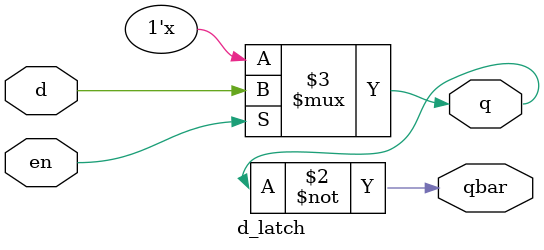
<source format=v>
module d_latch(output reg q, output qbar, input d, input en);
    always @(*) 
    begin
        if(en)
            q <= d;    
    end
    assign qbar = ~q;
endmodule
</source>
